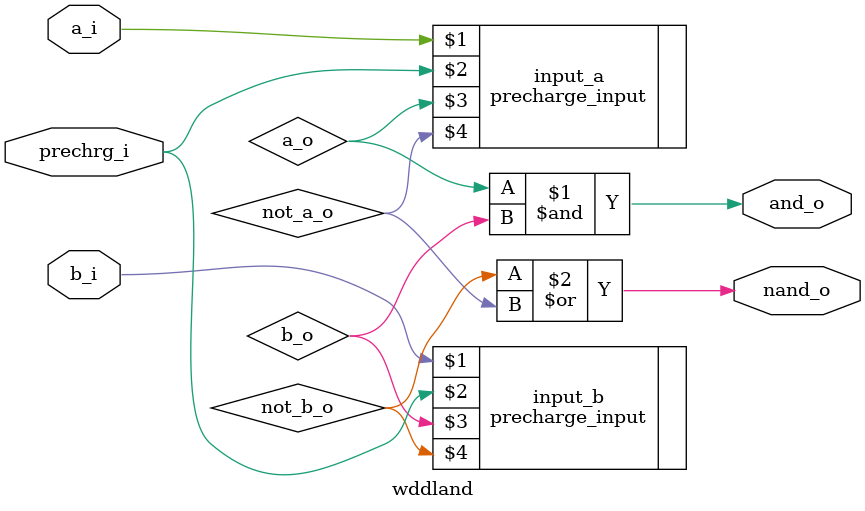
<source format=v>
module wddland (
	a_i      , // first input
 	b_i      , // Second input
	prechrg_i    , // precharge evaluate signal input
 	and_o,       // and output
	nand_o
);
 //Input declaration
 input a_i;
 input b_i;
 input prechrg_i;
 //Ouput declaration
 output and_o;
 output nand_o;
 
 //Port Data types
 wire a_o, b_o, not_a_o, not_b_o,and_out, or_out;

 
  //Code starts here
precharge_input input_a(a_i,prechrg_i,a_o,not_a_o);
precharge_input input_b(b_i,prechrg_i,b_o,not_b_o);

and  and1(and_o,a_o,b_o);
or or1(nand_o,not_b_o,not_a_o);

endmodule // End of Module addbit

</source>
